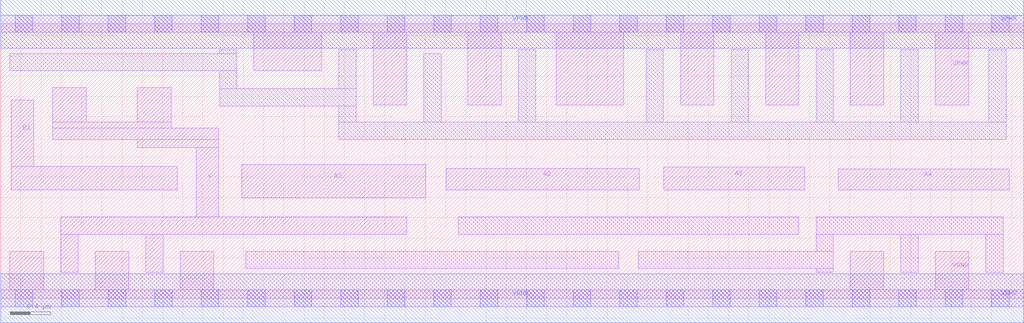
<source format=lef>
# Copyright 2020 The SkyWater PDK Authors
#
# Licensed under the Apache License, Version 2.0 (the "License");
# you may not use this file except in compliance with the License.
# You may obtain a copy of the License at
#
#     https://www.apache.org/licenses/LICENSE-2.0
#
# Unless required by applicable law or agreed to in writing, software
# distributed under the License is distributed on an "AS IS" BASIS,
# WITHOUT WARRANTIES OR CONDITIONS OF ANY KIND, either express or implied.
# See the License for the specific language governing permissions and
# limitations under the License.
#
# SPDX-License-Identifier: Apache-2.0

VERSION 5.7 ;
  NAMESCASESENSITIVE ON ;
  NOWIREEXTENSIONATPIN ON ;
  DIVIDERCHAR "/" ;
  BUSBITCHARS "[]" ;
UNITS
  DATABASE MICRONS 200 ;
END UNITS
MACRO sky130_fd_sc_hd__a41oi_4
  CLASS CORE ;
  SOURCE USER ;
  FOREIGN sky130_fd_sc_hd__a41oi_4 ;
  ORIGIN  0.000000  0.000000 ;
  SIZE  10.12000 BY  2.720000 ;
  SYMMETRY X Y R90 ;
  SITE unithd ;
  PIN A1
    ANTENNAGATEAREA  0.990000 ;
    DIRECTION INPUT ;
    USE SIGNAL ;
    PORT
      LAYER li1 ;
        RECT 2.385000 0.995000 4.205000 1.325000 ;
    END
  END A1
  PIN A2
    ANTENNAGATEAREA  0.990000 ;
    DIRECTION INPUT ;
    USE SIGNAL ;
    PORT
      LAYER li1 ;
        RECT 4.405000 1.075000 6.315000 1.285000 ;
    END
  END A2
  PIN A3
    ANTENNAGATEAREA  0.990000 ;
    DIRECTION INPUT ;
    USE SIGNAL ;
    PORT
      LAYER li1 ;
        RECT 6.560000 1.075000 7.955000 1.300000 ;
    END
  END A3
  PIN A4
    ANTENNAGATEAREA  0.990000 ;
    DIRECTION INPUT ;
    USE SIGNAL ;
    PORT
      LAYER li1 ;
        RECT 8.285000 1.075000 9.975000 1.280000 ;
    END
  END A4
  PIN B1
    ANTENNAGATEAREA  0.990000 ;
    DIRECTION INPUT ;
    USE SIGNAL ;
    PORT
      LAYER li1 ;
        RECT 0.105000 1.075000 1.745000 1.305000 ;
        RECT 0.105000 1.305000 0.325000 1.965000 ;
    END
  END B1
  PIN Y
    ANTENNADIFFAREA  1.242000 ;
    DIRECTION OUTPUT ;
    USE SIGNAL ;
    PORT
      LAYER li1 ;
        RECT 0.515000 1.575000 2.155000 1.685000 ;
        RECT 0.515000 1.685000 1.685000 1.745000 ;
        RECT 0.515000 1.745000 0.845000 2.085000 ;
        RECT 0.595000 0.255000 0.765000 0.635000 ;
        RECT 0.595000 0.635000 4.015000 0.805000 ;
        RECT 1.350000 1.495000 2.155000 1.575000 ;
        RECT 1.350000 1.745000 1.685000 2.085000 ;
        RECT 1.435000 0.255000 1.605000 0.635000 ;
        RECT 1.935000 0.805000 2.155000 1.495000 ;
    END
  END Y
  PIN VGND
    DIRECTION INOUT ;
    SHAPE ABUTMENT ;
    USE GROUND ;
    PORT
      LAYER li1 ;
        RECT 0.000000 -0.085000 10.120000 0.085000 ;
        RECT 0.090000  0.085000  0.425000 0.465000 ;
        RECT 0.935000  0.085000  1.265000 0.465000 ;
        RECT 1.775000  0.085000  2.105000 0.465000 ;
        RECT 8.405000  0.085000  8.735000 0.465000 ;
        RECT 9.245000  0.085000  9.575000 0.465000 ;
      LAYER mcon ;
        RECT 0.145000 -0.085000 0.315000 0.085000 ;
        RECT 0.605000 -0.085000 0.775000 0.085000 ;
        RECT 1.065000 -0.085000 1.235000 0.085000 ;
        RECT 1.525000 -0.085000 1.695000 0.085000 ;
        RECT 1.985000 -0.085000 2.155000 0.085000 ;
        RECT 2.445000 -0.085000 2.615000 0.085000 ;
        RECT 2.905000 -0.085000 3.075000 0.085000 ;
        RECT 3.365000 -0.085000 3.535000 0.085000 ;
        RECT 3.825000 -0.085000 3.995000 0.085000 ;
        RECT 4.285000 -0.085000 4.455000 0.085000 ;
        RECT 4.745000 -0.085000 4.915000 0.085000 ;
        RECT 5.205000 -0.085000 5.375000 0.085000 ;
        RECT 5.665000 -0.085000 5.835000 0.085000 ;
        RECT 6.125000 -0.085000 6.295000 0.085000 ;
        RECT 6.585000 -0.085000 6.755000 0.085000 ;
        RECT 7.045000 -0.085000 7.215000 0.085000 ;
        RECT 7.505000 -0.085000 7.675000 0.085000 ;
        RECT 7.965000 -0.085000 8.135000 0.085000 ;
        RECT 8.425000 -0.085000 8.595000 0.085000 ;
        RECT 8.885000 -0.085000 9.055000 0.085000 ;
        RECT 9.345000 -0.085000 9.515000 0.085000 ;
        RECT 9.805000 -0.085000 9.975000 0.085000 ;
      LAYER met1 ;
        RECT 0.000000 -0.240000 10.120000 0.240000 ;
    END
  END VGND
  PIN VPWR
    DIRECTION INOUT ;
    SHAPE ABUTMENT ;
    USE POWER ;
    PORT
      LAYER li1 ;
        RECT 0.000000 2.635000 10.120000 2.805000 ;
        RECT 2.505000 2.255000  3.175000 2.635000 ;
        RECT 3.685000 1.915000  4.015000 2.635000 ;
        RECT 4.620000 1.915000  4.950000 2.635000 ;
        RECT 5.495000 1.915000  6.165000 2.635000 ;
        RECT 6.725000 1.915000  7.055000 2.635000 ;
        RECT 7.565000 1.915000  7.895000 2.635000 ;
        RECT 8.405000 1.915000  8.735000 2.635000 ;
        RECT 9.245000 1.915000  9.575000 2.635000 ;
      LAYER mcon ;
        RECT 0.145000 2.635000 0.315000 2.805000 ;
        RECT 0.605000 2.635000 0.775000 2.805000 ;
        RECT 1.065000 2.635000 1.235000 2.805000 ;
        RECT 1.525000 2.635000 1.695000 2.805000 ;
        RECT 1.985000 2.635000 2.155000 2.805000 ;
        RECT 2.445000 2.635000 2.615000 2.805000 ;
        RECT 2.905000 2.635000 3.075000 2.805000 ;
        RECT 3.365000 2.635000 3.535000 2.805000 ;
        RECT 3.825000 2.635000 3.995000 2.805000 ;
        RECT 4.285000 2.635000 4.455000 2.805000 ;
        RECT 4.745000 2.635000 4.915000 2.805000 ;
        RECT 5.205000 2.635000 5.375000 2.805000 ;
        RECT 5.665000 2.635000 5.835000 2.805000 ;
        RECT 6.125000 2.635000 6.295000 2.805000 ;
        RECT 6.585000 2.635000 6.755000 2.805000 ;
        RECT 7.045000 2.635000 7.215000 2.805000 ;
        RECT 7.505000 2.635000 7.675000 2.805000 ;
        RECT 7.965000 2.635000 8.135000 2.805000 ;
        RECT 8.425000 2.635000 8.595000 2.805000 ;
        RECT 8.885000 2.635000 9.055000 2.805000 ;
        RECT 9.345000 2.635000 9.515000 2.805000 ;
        RECT 9.805000 2.635000 9.975000 2.805000 ;
      LAYER met1 ;
        RECT 0.000000 2.480000 10.120000 2.960000 ;
    END
  END VPWR
  OBS
    LAYER li1 ;
      RECT 0.090000 2.255000 2.335000 2.425000 ;
      RECT 2.165000 1.905000 3.515000 2.075000 ;
      RECT 2.165000 2.075000 2.335000 2.255000 ;
      RECT 2.165000 2.425000 2.335000 2.465000 ;
      RECT 2.425000 0.295000 6.115000 0.465000 ;
      RECT 3.345000 1.575000 9.945000 1.745000 ;
      RECT 3.345000 1.745000 3.515000 1.905000 ;
      RECT 3.345000 2.075000 3.515000 2.465000 ;
      RECT 4.185000 1.745000 4.355000 2.425000 ;
      RECT 4.525000 0.635000 7.895000 0.805000 ;
      RECT 5.120000 1.745000 5.290000 2.465000 ;
      RECT 6.305000 0.295000 8.235000 0.465000 ;
      RECT 6.385000 1.745000 6.555000 2.465000 ;
      RECT 7.225000 1.745000 7.395000 2.465000 ;
      RECT 8.065000 0.255000 8.235000 0.295000 ;
      RECT 8.065000 0.465000 8.235000 0.635000 ;
      RECT 8.065000 0.635000 9.915000 0.805000 ;
      RECT 8.065000 1.745000 8.235000 2.465000 ;
      RECT 8.905000 0.255000 9.075000 0.635000 ;
      RECT 8.905000 1.745000 9.075000 2.465000 ;
      RECT 9.745000 0.255000 9.915000 0.635000 ;
      RECT 9.775000 1.745000 9.945000 2.465000 ;
  END
END sky130_fd_sc_hd__a41oi_4

</source>
